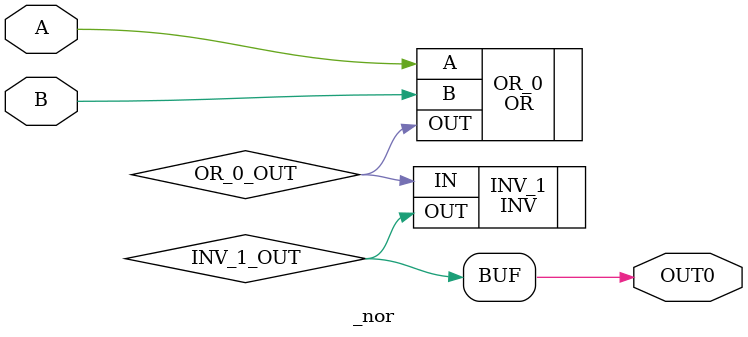
<source format=v>
module _nor(
	output OUT0,
	input A,
	input B
);

wire OR_0_OUT;
wire INV_1_OUT;

OR OR_0(
	.OUT (OR_0_OUT),
	.A (A),
	.B (B)
);
	
INV INV_1(
	.OUT (INV_1_OUT),
	.IN (OR_0_OUT)
);
	
assign OUT0 = INV_1_OUT;

endmodule

</source>
